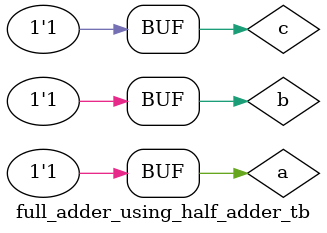
<source format=v>
module half_adder_gl(a, b, sum, carry);
input a, b;
output sum, carry;
and g1(carry, a, b);
xor g2(sum, a, b);
endmodule

module full_adder_using_half_adder(a, b, c, sum, carry);
input a, b, c;
output sum, carry;
wire w1, w2, w3;

half_adder_gl i1(a, b, w1, w2);
half_adder_gl i2(w1, c, sum, w3);
or g1(carry, w2, w3);

endmodule

module full_adder_using_half_adder_tb;

reg a, b, c;
wire sum, carry;

full_adder_using_half_adder i(a, b, c, sum, carry);

initial
begin
	a = 1'b0;
	b = 1'b0;
	c = 1'b0;
	$monitor("Time:%0t a=%b b=%b c=%b sum=%b carry=%b", $time, a, b, c, sum, carry);
	#5 a=1'b0; b=1'b0; c=1'b0;
	#5 a=1'b0; b=1'b0; c=1'b1;
	#5 a=1'b0; b=1'b1; c=1'b0;
	#5 a=1'b0; b=1'b1; c=1'b1;
	#5 a=1'b1; b=1'b0; c=1'b0;
	#5 a=1'b1; b=1'b0; c=1'b1;
	#5 a=1'b1; b=1'b1; c=1'b0;
	#5 a=1'b1; b=1'b1; c=1'b1;
end
endmodule
</source>
